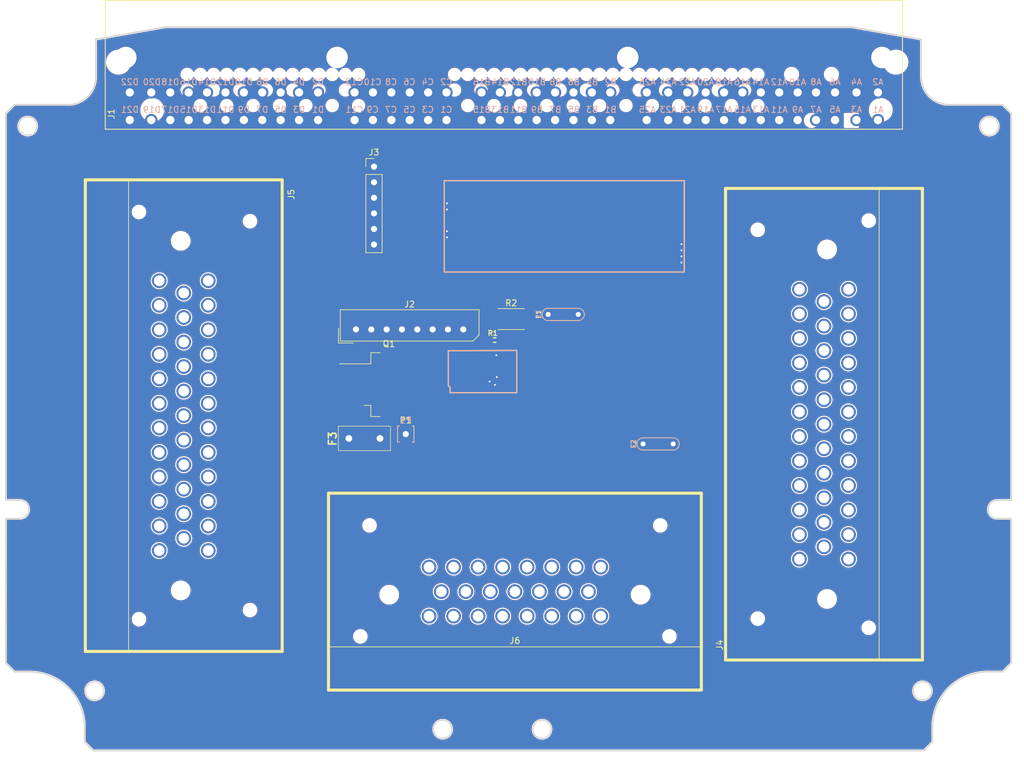
<source format=kicad_pcb>
(kicad_pcb (version 20221018) (generator pcbnew)
  (title_block (title "proteusM73tu") (date "2021-09-26") (rev "a"))
  (layers (0 "F.Cu" signal) (31 "B.Cu" signal) (34 "B.Paste" user) (35 "F.Paste" user) (36 "B.SilkS" user "B.Silkscreen") (37 "F.SilkS" user "F.Silkscreen") (38 "B.Mask" user) (39 "F.Mask" user) (44 "Edge.Cuts" user))
  (net 0 "")
  (net 1 "GND")
  (net 2 "/5V_SENSOR_1")
  (net 3 "/5V_SENSOR_2")
  (net 4 "/12V_PROT")
  (net 5 "/12V_MR")
  (net 6 "/WBO_H-")
  (net 7 "/WBO_R_Trim")
  (net 8 "/WBO_Ip")
  (net 9 "/WBO_Vs{slash}Ip")
  (net 10 "/WBO_Vs")
  (net 11 "Net-(J3-Pad1)")
  (net 12 "Net-(J3-Pad2)")
  (net 13 "Net-(J3-Pad4)")
  (net 14 "Net-(J3-Pad5)")
  (net 15 "Net-(M1-PadJ1)")
  (net 16 "Net-(M1-PadW2)")
  (net 17 "Net-(M1-PadW3)")
  (net 18 "Net-(M1-PadW4)")
  (net 21 "/OUT_IGN1")
  (net 22 "Net-(Q1-Pad1)")
  (net 23 "/GATE_IGN1")
  (footprint "hellen-one-common:PAD-TH" (layer "F.Cu") (at 201.6984 140.9084)
    (fp_text reference "P1" (at 0 -2.25) (layer "F.SilkS"))
    (fp_text value "Pad" hide)
    (fp_text user "${REFERENCE}" (at 0 -2.25) (layer "B.SilkS") (effects (justify mirror)))
    (fp_line (start -1.33 1.33) (end -1.33 -1.33) (stroke (width 0.12)) (layer "B.SilkS"))
    (fp_line (start -1.035538 -1.33) (end -1.33 -1.33) (stroke (width 0.12)) (layer "B.SilkS"))
    (fp_line (start -1.024373 1.33) (end -1.33 1.33) (stroke (width 0.12)) (layer "B.SilkS"))
    (fp_line (start 1.024373 -1.33) (end 1.33 -1.33) (stroke (width 0.12)) (layer "B.SilkS"))
    (fp_line (start 1.035538 1.33) (end 1.33 1.33) (stroke (width 0.12)) (layer "B.SilkS"))
    (fp_line (start 1.33 -1.33) (end 1.33 1.33) (stroke (width 0.12)) (layer "B.SilkS"))
    (fp_line (start -1.33 -1.33) (end -1.33 1.33) (stroke (width 0.12)) (layer "F.SilkS"))
    (fp_line (start -1.035538 1.33) (end -1.33 1.33) (stroke (width 0.12)) (layer "F.SilkS"))
    (fp_line (start -1.024373 -1.33) (end -1.33 -1.33) (stroke (width 0.12)) (layer "F.SilkS"))
    (fp_line (start 1.024373 1.33) (end 1.33 1.33) (stroke (width 0.12)) (layer "F.SilkS"))
    (fp_line (start 1.035538 -1.33) (end 1.33 -1.33) (stroke (width 0.12)) (layer "F.SilkS"))
    (fp_line (start 1.33 1.33) (end 1.33 -1.33) (stroke (width 0.12)) (layer "F.SilkS"))
    (pad "1" thru_hole circle (at 0 0) (size 1.7 1.7) (drill 1) (layers "*.Cu" "*.Mask"))
  )
  (footprint "hellen-one-common:R0603" (layer "F.Cu") (at 216.2084 125.584995)
    (fp_text reference "R1" (at -1.235559 -0.653823 unlocked) (layer "F.SilkS") (effects (font (size 0.82 0.82) (thickness 0.17)) (justify left bottom)))
    (fp_text value "22" hide)
    (fp_line (start -0.201056 0.37084) (end 0.198943 0.370851) (stroke (width 0.2032)) (layer "F.SilkS"))
    (fp_line (start -0.2 -0.374995) (end 0.2 -0.374985) (stroke (width 0.2032)) (layer "F.SilkS"))
    (pad "1" smd roundrect (at -0.8 0) (size 0.7 0.92) (layers "F.Cu" "F.Paste" "F.Mask") (roundrect_rratio 0.1) (net 22 "Net-(Q1-Pad1)"))
    (pad "2" smd roundrect (at 0.8 0) (size 0.7 0.92) (layers "F.Cu" "F.Paste" "F.Mask") (roundrect_rratio 0.1) (net 23 "/GATE_IGN1"))
  )
  (footprint "Resistor_SMD:R_2512_6332Metric" (layer "F.Cu") (at 218.9034 122.1634)
    (fp_text reference "R2" (at 0 -2.62) (layer "F.SilkS"))
    (fp_text value "DNP")
    (fp_line (start -2.177064 -1.71) (end 2.177064 -1.71) (stroke (width 0.12)) (layer "F.SilkS"))
    (fp_line (start -2.177064 1.71) (end 2.177064 1.71) (stroke (width 0.12)) (layer "F.SilkS"))
    (pad "1" smd roundrect (at -2.9625 0) (size 1.225 3.35) (layers "F.Cu" "F.Paste" "F.Mask") (roundrect_rratio 0.204082) (net 23 "/GATE_IGN1"))
    (pad "2" smd roundrect (at 2.9625 0) (size 1.225 3.35) (layers "F.Cu" "F.Paste" "F.Mask") (roundrect_rratio 0.204082) (net 21 "/OUT_IGN1"))
  )
  (footprint "Package_TO_SOT_SMD:TO-263-2" (layer "F.Cu") (at 198.9534 132.8434)
    (fp_text reference "Q1" (at 0 -6.65) (layer "F.SilkS"))
    (fp_text value "ISL9V3040S3S")
    (fp_line (start -2.95 -5.2) (end -2.95 -3.39) (stroke (width 0.12)) (layer "F.SilkS"))
    (fp_line (start -2.95 -3.39) (end -8.075 -3.39) (stroke (width 0.12)) (layer "F.SilkS"))
    (fp_line (start -2.95 3.39) (end -4.05 3.39) (stroke (width 0.12)) (layer "F.SilkS"))
    (fp_line (start -2.95 5.2) (end -2.95 3.39) (stroke (width 0.12)) (layer "F.SilkS"))
    (fp_line (start -1.45 -5.2) (end -2.95 -5.2) (stroke (width 0.12)) (layer "F.SilkS"))
    (fp_line (start -1.45 5.2) (end -2.95 5.2) (stroke (width 0.12)) (layer "F.SilkS"))
    (pad "1" smd rect (at -5.775 -2.54) (size 4.6 1.1) (layers "F.Cu" "F.Paste" "F.Mask") (net 22 "Net-(Q1-Pad1)"))
    (pad "2" smd rect (at 3.375 0) (size 9.4 10.8) (layers "F.Cu" "F.Mask") (net 21 "/OUT_IGN1"))
    (pad "3" smd rect (at -5.775 2.54) (size 4.6 1.1) (layers "F.Cu" "F.Paste" "F.Mask") (net 1 "GND"))
  )
  (footprint "hellen-one-wbo-0.2:wbo" (layer "F.Cu") (at 207.8602 114.5826)
    (fp_text reference "M1" hide)
    (fp_text value "Module-wbo-0.2" hide)
    (fp_rect (start 39.25 -15) (end 0.1 -0.1) (stroke (width 0.2)) (fill none) (layer "B.SilkS"))
    (fp_rect (start 39.25 -15) (end 0.1 -0.1) (stroke (width 0.2)) (fill none) (layer "F.SilkS"))
    (pad "E1" thru_hole circle (at 38.8 -1.65 90) (size 0.7 0.7) (drill 0.3) (layers "*.Cu") (net 10 "/WBO_Vs"))
    (pad "E2" thru_hole circle (at 38.8 -2.65 90) (size 0.7 0.7) (drill 0.3) (layers "*.Cu") (net 9 "/WBO_Vs{slash}Ip"))
    (pad "E3" thru_hole circle (at 38.8 -3.65 90) (size 0.7 0.7) (drill 0.3) (layers "*.Cu") (net 8 "/WBO_Ip"))
    (pad "E4" thru_hole circle (at 38.8 -4.65 90) (size 0.7 0.7) (drill 0.3) (layers "*.Cu") (net 7 "/WBO_R_Trim"))
    (pad "E5" smd circle (at 37.55 -6.8) (size 3 3) (layers "F.Cu") (net 6 "/WBO_H-"))
    (pad "E6" smd circle (at 37.55 -10.3) (size 3 3) (layers "F.Cu") (net 1 "GND"))
    (pad "G" smd rect (at 0.175 -13.5) (size 0.25 3.1) (layers "F.Cu") (net 1 "GND"))
    (pad "G" smd rect (at 0.175 -13.5) (size 0.25 3.1) (layers "B.Cu") (net 1 "GND"))
    (pad "G" smd rect (at 0.175 -8.525) (size 0.25 2.25) (layers "F.Cu") (net 1 "GND"))
    (pad "G" smd rect (at 0.175 -8.525) (size 0.25 2.25) (layers "B.Cu") (net 1 "GND"))
    (pad "G" smd rect (at 0.175 -2.575) (size 0.25 5.05) (layers "B.Cu") (net 1 "GND"))
    (pad "G" smd rect (at 0.175 -0.775) (size 0.25 1.45) (layers "F.Cu") (net 1 "GND"))
    (pad "G" smd rect (at 19.675 -14.925 90) (size 0.25 39.25) (layers "F.Cu") (net 1 "GND"))
    (pad "G" smd rect (at 19.675 -14.925 90) (size 0.25 39.25) (layers "B.Cu") (net 1 "GND"))
    (pad "G" smd rect (at 19.675 -0.175 90) (size 0.25 39.25) (layers "F.Cu") (net 1 "GND"))
    (pad "G" smd rect (at 19.675 -0.175 90) (size 0.25 39.25) (layers "B.Cu") (net 1 "GND"))
    (pad "G" smd rect (at 39.175 -13.575) (size 0.25 2.95) (layers "F.Cu") (net 1 "GND"))
    (pad "G" smd rect (at 39.175 -10.175) (size 0.25 9.75) (layers "B.Cu") (net 1 "GND"))
    (pad "G" smd rect (at 39.175 -0.525) (size 0.25 0.95) (layers "F.Cu") (net 1 "GND"))
    (pad "G" smd rect (at 39.175 -0.525) (size 0.25 0.95) (layers "B.Cu") (net 1 "GND"))
    (pad "J1" smd roundrect (at 9.55 -12.475 180) (size 0.5 1.5) (layers "F.Cu") (net 15 "Net-(M1-PadJ1)"))
    (pad "J2" smd roundrect (at 7.375 -10.3 180) (size 1.5 0.5) (layers "F.Cu"))
    (pad "J_GND1" smd roundrect (at 8.75 -12.475 180) (size 0.5 1.5) (layers "F.Cu") (net 15 "Net-(M1-PadJ1)"))
    (pad "J_GND2" smd roundrect (at 8.8 -10.3 270) (size 0.5 0.5) (layers "F.Cu"))
    (pad "J_VCC1" smd roundrect (at 9.55 -11.1 180) (size 0.5 0.5) (layers "F.Cu"))
    (pad "J_VCC2" smd roundrect (at 7.375 -11.1 180) (size 1.5 0.5) (layers "F.Cu"))
    (pad "W1" thru_hole circle (at 0.55 -11.3 90) (size 0.7 0.7) (drill 0.3) (layers "*.Cu") (net 3 "/5V_SENSOR_2"))
    (pad "W2" thru_hole circle (at 0.55 -10.3 90) (size 0.7 0.7) (drill 0.3) (layers "*.Cu") (net 16 "Net-(M1-PadW2)"))
    (pad "W3" thru_hole circle (at 0.55 -6.75 90) (size 0.7 0.7) (drill 0.3) (layers "*.Cu") (net 17 "Net-(M1-PadW3)"))
    (pad "W4" thru_hole circle (at 0.55 -5.75 90) (size 0.7 0.7) (drill 0.3) (layers "*.Cu") (net 18 "Net-(M1-PadW4)"))
    (pad "W5" smd roundrect (at 0.4 -5) (size 0.5 0.25) (layers "F.Cu") (roundrect_rratio 0.5) (net 14 "Net-(J3-Pad5)"))
    (pad "W6" smd roundrect (at 0.4 -4.5) (size 0.5 0.25) (layers "F.Cu") (roundrect_rratio 0.5) (net 13 "Net-(J3-Pad4)"))
    (pad "W7" smd roundrect (at 0.4 -4) (size 0.5 0.25) (layers "F.Cu") (roundrect_rratio 0.5) (net 12 "Net-(J3-Pad2)"))
    (pad "W8" smd roundrect (at 0.4 -1.9) (size 0.5 0.25) (layers "F.Cu") (roundrect_rratio 0.5) (net 11 "Net-(J3-Pad1)"))
    (zone (net 0) (net_name "") (layers "*.Cu") (connect_pads (clearance 0)) (min_thickness 0.254)
      (keepout (tracks allowed) (vias allowed) (pads allowed) (copperpour not_allowed) (footprints allowed))
      (fill (thermal_gap 0.508) (thermal_bridge_width 0.508))
      (polygon (pts (xy 247.0352 114.4076) (xy 208.0352 114.3826) (xy 208.0352 99.6576) (xy 247.0352 99.6576)))
    )
  )
  (footprint "hellen-one-can-0.1:can" (layer "F.Cu") (at 208.5484 134.255074)
    (fp_text reference "M2" hide)
    (fp_text value "Module-can-0.1" hide)
    (fp_line (start 0.099997 -6.947827) (end 11.274997 -6.986674) (stroke (width 0.2)) (layer "B.SilkS"))
    (fp_line (start 0.099997 -1.250005) (end 0.099997 -6.947827) (stroke (width 0.2)) (layer "B.SilkS"))
    (fp_line (start 0.099997 -1.250005) (end 0.375001 -0.974999) (stroke (width 0.2)) (layer "B.SilkS"))
    (fp_line (start 0.375001 -0.15) (end 0.375001 -0.974999) (stroke (width 0.2)) (layer "B.SilkS"))
    (fp_line (start 0.375001 -0.15) (end 0.431203 -0.1) (stroke (width 0.2)) (layer "B.SilkS"))
    (fp_line (start 0.431203 -0.1) (end 11.274997 -0.1) (stroke (width 0.2)) (layer "B.SilkS"))
    (fp_line (start 11.274997 -0.093797) (end 11.274997 -6.986674) (stroke (width 0.2)) (layer "B.SilkS"))
    (fp_line (start 0.099997 -6.947479) (end 11.274997 -6.986326) (stroke (width 0.2)) (layer "F.SilkS"))
    (fp_line (start 0.099997 -1.249998) (end 0.099997 -6.947479) (stroke (width 0.2)) (layer "F.SilkS"))
    (fp_line (start 0.099997 -1.249998) (end 0.375001 -0.974994) (stroke (width 0.2)) (layer "F.SilkS"))
    (fp_line (start 0.375001 -0.1) (end 0.375001 -0.974994) (stroke (width 0.2)) (layer "F.SilkS"))
    (fp_line (start 0.375001 -0.1) (end 0.375003 -0.099997) (stroke (width 0.2)) (layer "F.SilkS"))
    (fp_line (start 0.375003 -0.099997) (end 11.274997 -0.099997) (stroke (width 0.2)) (layer "F.SilkS"))
    (fp_line (start 11.274997 -0.099997) (end 11.274997 -6.986326) (stroke (width 0.2)) (layer "F.SilkS"))
    (pad "E1" smd oval (at 0.199997 -4.1375 180) (size 0.2 5.669999) (layers "F.Cu" "F.Paste") (net 1 "GND"))
    (pad "E1" smd oval (at 5.674998 -6.875 90) (size 0.2 11.100001) (layers "F.Cu" "F.Paste") (net 1 "GND"))
    (pad "E1" smd oval (at 6.374999 -0.275003 270) (size 0.399999 9.800001) (layers "F.Cu" "F.Paste") (net 1 "GND"))
    (pad "E1" smd oval (at 10.999993 -0.275003 180) (size 0.499999 0.25) (layers "F.Cu" "F.Paste" "F.Mask") (net 1 "GND"))
    (pad "E1" smd oval (at 11.174997 -3.537501 180) (size 0.2 6.799999) (layers "F.Cu" "F.Paste") (net 1 "GND"))
    (pad "S1" smd oval (at 0.649999 -0.325001) (size 0.25 0.499999) (layers "F.Cu" "F.Paste" "F.Mask"))
    (pad "S2" smd oval (at 1.15 -0.325001) (size 0.25 0.499999) (layers "F.Cu" "F.Paste" "F.Mask"))
    (pad "V1" thru_hole circle (at 7.699997 -1.374999 180) (size 0.599999 0.599999) (drill 0.299999) (layers "*.Cu" "*.Mask") (net 3 "/5V_SENSOR_2"))
    (pad "V2" thru_hole circle (at 6.824995 -1.899999 180) (size 0.599999 0.599999) (drill 0.299999) (layers "*.Cu" "*.Mask") (net 16 "Net-(M1-PadW2)"))
    (pad "V5" thru_hole circle (at 7.999999 -2.649997 270) (size 0.599999 0.599999) (drill 0.299999) (layers "*.Cu" "*.Mask") (net 18 "Net-(M1-PadW4)"))
    (pad "V6" thru_hole circle (at 7.924996 -6.199998 270) (size 0.599999 0.599999) (drill 0.299999) (layers "*.Cu" "*.Mask") (net 17 "Net-(M1-PadW3)"))
    (zone (net 0) (net_name "") (layer "F.Cu") (connect_pads (clearance 0)) (min_thickness 0.254)
      (keepout (tracks allowed) (vias allowed) (pads allowed) (copperpour not_allowed) (footprints allowed))
      (fill (thermal_gap 0.2) (thermal_bridge_width 0.2))
      (polygon (pts (xy 208.775659 134.299372) (xy 208.775659 133.336854) (xy 208.572865 133.13406) (xy 208.835887 132.871038) (xy 208.835887 127.444948) (xy 219.660839 127.444948) (xy 219.660839 133.807465) (xy 210.158801 133.807465) (xy 209.985753 133.980513) (xy 209.985753 134.299372)))
    )
  )
  (footprint "lib:TE-3-178780-6" (layer "F.Cu") (at 156.7 85.2)
    (fp_text reference "J1" (at -3 3.5 90) (layer "F.SilkS"))
    (fp_text value "TE-3-178780-6")
    (fp_text user "A3" (at 118.5 2.8) (layer "B.SilkS") (effects (justify mirror)))
    (fp_text user "A22" (at 90.9 -1.7) (layer "B.SilkS") (effects (justify mirror)))
    (fp_text user "A17" (at 96.9 2.8) (layer "B.SilkS") (effects (justify mirror)))
    (fp_text user "A9" (at 108.9 2.8) (layer "B.SilkS") (effects (justify mirror)))
    (fp_text user "D13" (at 12.6 2.8) (layer "B.SilkS") (effects (justify mirror)))
    (fp_text user "A19" (at 93.9 2.8) (layer "B.SilkS") (effects (justify mirror)))
    (fp_text user "B6" (at 72.4 -1.7) (layer "B.SilkS") (effects (justify mirror)))
    (fp_text user "A24" (at 87.8 -1.7) (layer "B.SilkS") (effects (justify mirror)))
    (fp_text user "D7" (at 21.6 2.8) (layer "B.SilkS") (effects (justify mirror)))
    (fp_text user "A12" (at 105.9 -1.7) (layer "B.SilkS") (effects (justify mirror)))
    (fp_text user "B2" (at 78.4 -1.7) (layer "B.SilkS") (effects (justify mirror)))
    (fp_text user "D10" (at 18.6 -1.7) (layer "B.SilkS") (effects (justify mirror)))
    (fp_text user "D4" (at 27.6 -1.7) (layer "B.SilkS") (effects (justify mirror)))
    (fp_text user "A15" (at 99.9 2.8) (layer "B.SilkS") (effects (justify mirror)))
    (fp_text user "D9" (at 18.6 2.8) (layer "B.SilkS") (effects (justify mirror)))
    (fp_text user "D20" (at 3.6 -1.7) (layer "B.SilkS") (effects (justify mirror)))
    (fp_text user "D1" (at 30.7 2.8) (layer "B.SilkS") (effects (justify mirror)))
    (fp_text user "A5" (at 115 2.8) (layer "B.SilkS") (effects (justify mirror)))
    (fp_text user "D15" (at 9.6 2.8) (layer "B.SilkS") (effects (justify mirror)))
    (fp_text user "B4" (at 75.4 -1.7) (layer "B.SilkS") (effects (justify mirror)))
    (fp_text user "D17" (at 6.6 2.8) (layer "B.SilkS") (effects (justify mirror)))
    (fp_text user "A13" (at 102.9 2.8) (layer "B.SilkS") (effects (justify mirror)))
    (fp_text user "D18" (at 6.6 -1.7) (layer "B.SilkS") (effects (justify mirror)))
    (fp_text user "A7" (at 111.9 2.8) (layer "B.SilkS") (effects (justify mirror)))
    (fp_text user "D16" (at 9.6 -1.7) (layer "B.SilkS") (effects (justify mirror)))
    (fp_text user "A11" (at 105.9 2.8) (layer "B.SilkS") (effects (justify mirror)))
    (fp_text user "B8" (at 69.4 -1.7) (layer "B.SilkS") (effects (justify mirror)))
    (fp_text user "D14" (at 12.6 -1.7) (layer "B.SilkS") (effects (justify mirror)))
    (fp_text user "C5" (at 45.6 2.8) (layer "B.SilkS") (effects (justify mirror)))
    (fp_text user "B9" (at 66.4 2.8) (layer "B.SilkS") (effects (justify mirror)))
    (fp_text user "A21" (at 90.9 2.8) (layer "B.SilkS") (effects (justify mirror)))
    (fp_text user "C10" (at 39.6 -1.7) (layer "B.SilkS") (effects (justify mirror)))
    (fp_text user "D22" (at 0 -1.7) (layer "B.SilkS") (effects (justify mirror)))
    (fp_text user "A18" (at 96.9 -1.7) (layer "B.SilkS") (effects (justify mirror)))
    (fp_text user "B5" (at 72.4 2.8) (layer "B.SilkS") (effects (justify mirror)))
    (fp_text user "B7" (at 69.4 2.8) (layer "B.SilkS") (effects (justify mirror)))
    (fp_text user "D6" (at 24.6 -1.7) (layer "B.SilkS") (effects (justify mirror)))
    (fp_text user "B15" (at 57.4 2.8) (layer "B.SilkS") (effects (justify mirror)))
    (fp_text user "C1" (at 51.6 2.8) (layer "B.SilkS") (effects (justify mirror)))
    (fp_text user "C4" (at 48.6 -1.7) (layer "B.SilkS") (effects (justify mirror)))
    (fp_text user "C3" (at 48.6 2.8) (layer "B.SilkS") (effects (justify mirror)))
    (fp_text user "B13" (at 60.4 2.8) (layer "B.SilkS") (effects (justify mirror)))
    (fp_text user "B10" (at 66.4 -1.7) (layer "B.SilkS") (effects (justify mirror)))
    (fp_text user "C7" (at 42.6 2.8) (layer "B.SilkS") (effects (justify mirror)))
    (fp_text user "A8" (at 111.9 -1.7) (layer "B.SilkS") (effects (justify mirror)))
    (fp_text user "A10" (at 108.9 -1.7) (layer "B.SilkS") (effects (justify mirror)))
    (fp_text user "D21" (at 0 2.8) (layer "B.SilkS") (effects (justify mirror)))
    (fp_text user "A2" (at 122 -1.7) (layer "B.SilkS") (effects (justify mirror)))
    (fp_text user "A16" (at 99.9 -1.7) (layer "B.SilkS") (effects (justify mirror)))
    (fp_text user "C8" (at 42.6 -1.7) (layer "B.SilkS") (effects (justify mirror)))
    (fp_text user "A4" (at 118.5 -1.7) (layer "B.SilkS") (effects (justify mirror)))
    (fp_text user "A14" (at 102.9 -1.7) (layer "B.SilkS") (effects (justify mirror)))
    (fp_text user "B11" (at 63.4 2.8) (layer "B.SilkS") (effects (justify mirror)))
    (fp_text user "D2" (at 30.7 -1.7) (layer "B.SilkS") (effects (justify mirror)))
    (fp_text user "C11" (at 36.6 2.8) (layer "B.SilkS") (effects (justify mirror)))
    (fp_text user "A1" (at 122 2.8) (layer "B.SilkS") (effects (justify mirror)))
    (fp_text user "C9" (at 39.6 2.8) (layer "B.SilkS") (effects (justify mirror)))
    (fp_text user "B3" (at 75.4 2.8) (layer "B.SilkS") (effects (justify mirror)))
    (fp_text user "A25" (at 84.4 2.8) (layer "B.SilkS") (effects (justify mirror)))
    (fp_text user "A20" (at 93.9 -1.7) (layer "B.SilkS") (effects (justify mirror)))
    (fp_text user "C6" (at 45.6 -1.7) (layer "B.SilkS") (effects (justify mirror)))
    (fp_text user "D3" (at 27.6 2.8) (layer "B.SilkS") (effects (justify mirror)))
    (fp_text user "B12" (at 63.4 -1.7) (layer "B.SilkS") (effects (justify mirror)))
    (fp_text user "C12" (at 36.6 -1.7) (layer "B.SilkS") (effects (justify mirror)))
    (fp_text user "A26" (at 84.4 -1.7) (layer "B.SilkS") (effects (justify mirror)))
    (fp_text user "D12" (at 15.6 -1.7) (layer "B.SilkS") (effects (justify mirror)))
    (fp_text user "B16" (at 57.4 -1.7) (layer "B.SilkS") (effects (justify mirror)))
    (fp_text user "C2" (at 51.6 -1.7) (layer "B.SilkS") (effects (justify mirror)))
    (fp_text user "B1" (at 78.4 2.8) (layer "B.SilkS") (effects (justify mirror)))
    (fp_text user "A6" (at 115 -1.7) (layer "B.SilkS") (effects (justify mirror)))
    (fp_text user "D11" (at 15.6 2.8) (layer "B.SilkS") (effects (justify mirror)))
    (fp_text user "D8" (at 21.6 -1.7) (layer "B.SilkS") (effects (justify mirror)))
    (fp_text user "B14" (at 60.4 -1.7) (layer "B.SilkS") (effects (justify mirror)))
    (fp_text user "D5" (at 24.6 2.8) (layer "B.SilkS") (effects (justify mirror)))
    (fp_text user "A23" (at 87.8 2.8) (layer "B.SilkS") (effects (justify mirror)))
    (fp_text user "D19" (at 3.6 2.8) (layer "B.SilkS") (effects (justify mirror)))
    (fp_line (start -4 -15) (end 126 -15) (stroke (width 0.15)) (layer "F.SilkS"))
    (fp_line (start -4 6) (end -4 -15) (stroke (width 0.15)) (layer "F.SilkS"))
    (fp_line (start 126 -15) (end 126 6) (stroke (width 0.15)) (layer "F.SilkS"))
    (fp_line (start 126 6) (end -4 6) (stroke (width 0.15)) (layer "F.SilkS"))
    (pad "" np_thru_hole circle (at -0.65 -5.7) (size 3.5 3.5) (drill 3.5) (layers "*.Cu" "*.Mask"))
    (pad "" np_thru_hole circle (at 33.8 -5.7) (size 3.5 3.5) (drill 3.5) (layers "*.Cu" "*.Mask"))
    (pad "" np_thru_hole circle (at 81.2 -5.7) (size 3.5 3.5) (drill 3.5) (layers "*.Cu" "*.Mask"))
    (pad "" np_thru_hole circle (at 122.65 -5.7) (size 3.5 3.5) (drill 3.5) (layers "*.Cu" "*.Mask"))
    (pad "A1" thru_hole circle (at 122 4.5) (size 2 2) (drill 1.35) (layers "*.Cu" "*.Mask"))
    (pad "A2" thru_hole circle (at 122 0) (size 2 2) (drill 1.35) (layers "*.Cu" "*.Mask"))
    (pad "A3" thru_hole circle (at 118.5 4.5) (size 2 2) (drill 1.35) (layers "*.Cu" "*.Mask"))
    (pad "A4" thru_hole circle (at 118.5 0) (size 2 2) (drill 1.35) (layers "*.Cu" "*.Mask"))
    (pad "A5" thru_hole circle (at 115 4.5) (size 2 2) (drill 1.35) (layers "*.Cu" "*.Mask"))
    (pad "A6" thru_hole circle (at 115 0) (size 2 2) (drill 1.35) (layers "*.Cu" "*.Mask"))
    (pad "A7" thru_hole circle (at 111.9 4.5) (size 2 2) (drill 1.35) (layers "*.Cu" "*.Mask"))
    (pad "A8" thru_hole circle (at 111.9 0) (size 2 2) (drill 1.35) (layers "*.Cu" "*.Mask"))
    (pad "A9" thru_hole circle (at 108.9 4.5) (size 2 2) (drill 1.35) (layers "*.Cu" "*.Mask"))
    (pad "A10" thru_hole circle (at 108.9 0) (size 2 2) (drill 1.35) (layers "*.Cu" "*.Mask"))
    (pad "A11" thru_hole circle (at 105.9 4.5) (size 2 2) (drill 1.35) (layers "*.Cu" "*.Mask"))
    (pad "A12" thru_hole circle (at 105.9 0) (size 2 2) (drill 1.35) (layers "*.Cu" "*.Mask"))
    (pad "A13" thru_hole circle (at 102.9 4.5) (size 2 2) (drill 1.35) (layers "*.Cu" "*.Mask"))
    (pad "A14" thru_hole circle (at 102.9 0) (size 2 2) (drill 1.35) (layers "*.Cu" "*.Mask"))
    (pad "A15" thru_hole circle (at 99.9 4.5) (size 2 2) (drill 1.35) (layers "*.Cu" "*.Mask"))
    (pad "A16" thru_hole circle (at 99.9 0) (size 2 2) (drill 1.35) (layers "*.Cu" "*.Mask"))
    (pad "A17" thru_hole circle (at 96.9 4.5) (size 2 2) (drill 1.35) (layers "*.Cu" "*.Mask"))
    (pad "A18" thru_hole circle (at 96.9 0) (size 2 2) (drill 1.35) (layers "*.Cu" "*.Mask"))
    (pad "A19" thru_hole circle (at 93.9 4.5) (size 2 2) (drill 1.35) (layers "*.Cu" "*.Mask"))
    (pad "A20" thru_hole circle (at 93.9 0) (size 2 2) (drill 1.35) (layers "*.Cu" "*.Mask"))
    (pad "A21" thru_hole circle (at 90.9 4.5) (size 2 2) (drill 1.35) (layers "*.Cu" "*.Mask"))
    (pad "A22" thru_hole circle (at 90.9 0) (size 2 2) (drill 1.35) (layers "*.Cu" "*.Mask"))
    (pad "A23" thru_hole circle (at 87.8 4.5) (size 2 2) (drill 1.35) (layers "*.Cu" "*.Mask"))
    (pad "A24" thru_hole circle (at 87.8 0) (size 2 2) (drill 1.35) (layers "*.Cu" "*.Mask"))
    (pad "A25" thru_hole circle (at 84.3 4.5) (size 2 2) (drill 1.35) (layers "*.Cu" "*.Mask"))
    (pad "A26" thru_hole circle (at 84.3 0) (size 2 2) (drill 1.35) (layers "*.Cu" "*.Mask"))
    (pad "B1" thru_hole circle (at 78.35 4.5) (size 2 2) (drill 1.35) (layers "*.Cu" "*.Mask"))
    (pad "B2" thru_hole circle (at 78.35 0) (size 2 2) (drill 1.35) (layers "*.Cu" "*.Mask"))
    (pad "B3" thru_hole circle (at 75.35 4.5) (size 2 2) (drill 1.35) (layers "*.Cu" "*.Mask"))
    (pad "B4" thru_hole circle (at 75.35 0) (size 2 2) (drill 1.35) (layers "*.Cu" "*.Mask"))
    (pad "B5" thru_hole circle (at 72.35 4.5) (size 2 2) (drill 1.35) (layers "*.Cu" "*.Mask"))
    (pad "B6" thru_hole circle (at 72.35 0) (size 2 2) (drill 1.35) (layers "*.Cu" "*.Mask"))
    (pad "B7" thru_hole circle (at 69.35 4.5) (size 2 2) (drill 1.35) (layers "*.Cu" "*.Mask"))
    (pad "B8" thru_hole circle (at 69.35 0) (size 2 2) (drill 1.35) (layers "*.Cu" "*.Mask"))
    (pad "B9" thru_hole circle (at 66.35 4.5) (size 2 2) (drill 1.35) (layers "*.Cu" "*.Mask"))
    (pad "B10" thru_hole circle (at 66.35 0) (size 2 2) (drill 1.35) (layers "*.Cu" "*.Mask"))
    (pad "B11" thru_hole circle (at 63.35 4.5) (size 2 2) (drill 1.35) (layers "*.Cu" "*.Mask"))
    (pad "B12" thru_hole circle (at 63.35 0) (size 2 2) (drill 1.35) (layers "*.Cu" "*.Mask"))
    (pad "B13" thru_hole circle (at 60.35 4.5) (size 2 2) (drill 1.35) (layers "*.Cu" "*.Mask"))
    (pad "B14" thru_hole circle (at 60.35 0) (size 2 2) (drill 1.35) (layers "*.Cu" "*.Mask"))
    (pad "B15" thru_hole circle (at 57.35 4.5) (size 2 2) (drill 1.35) (layers "*.Cu" "*.Mask"))
    (pad "B16" thru_hole circle (at 57.35 0) (size 2 2) (drill 1.35) (layers "*.Cu" "*.Mask"))
    (pad "C1" thru_hole circle (at 51.65 4.5) (size 2 2) (drill 1.35) (layers "*.Cu" "*.Mask"))
    (pad "C2" thru_hole circle (at 51.65 0) (size 2 2) (drill 1.35) (layers "*.Cu" "*.Mask"))
    (pad "C3" thru_hole circle (at 48.65 4.5) (size 2 2) (drill 1.35) (layers "*.Cu" "*.Mask"))
    (pad "C4" thru_hole circle (at 48.65 0) (size 2 2) (drill 1.35) (layers "*.Cu" "*.Mask"))
    (pad "C5" thru_hole circle (at 45.65 4.5) (size 2 2) (drill 1.35) (layers "*.Cu" "*.Mask"))
    (pad "C6" thru_hole circle (at 45.65 0) (size 2 2) (drill 1.35) (layers "*.Cu" "*.Mask"))
    (pad "C7" thru_hole circle (at 42.65 4.5) (size 2 2) (drill 1.35) (layers "*.Cu" "*.Mask"))
    (pad "C8" thru_hole circle (at 42.65 0) (size 2 2) (drill 1.35) (layers "*.Cu" "*.Mask"))
    (pad "C9" thru_hole circle (at 39.65 4.5) (size 2 2) (drill 1.35) (layers "*.Cu" "*.Mask"))
    (pad "C10" thru_hole circle (at 39.65 0) (size 2 2) (drill 1.35) (layers "*.Cu" "*.Mask"))
    (pad "C11" thru_hole circle (at 36.65 4.5) (size 2 2) (drill 1.35) (layers "*.Cu" "*.Mask"))
    (pad "C12" thru_hole circle (at 36.65 0) (size 2 2) (drill 1.35) (layers "*.Cu" "*.Mask"))
    (pad "D1" thru_hole circle (at 30.7 4.5) (size 2 2) (drill 1.35) (layers "*.Cu" "*.Mask"))
    (pad "D2" thru_hole circle (at 30.7 0) (size 2 2) (drill 1.35) (layers "*.Cu" "*.Mask"))
    (pad "D3" thru_hole circle (at 27.6 4.5) (size 2 2) (drill 1.35) (layers "*.Cu" "*.Mask"))
    (pad "D4" thru_hole circle (at 27.6 0) (size 2 2) (drill 1.35) (layers "*.Cu" "*.Mask"))
    (pad "D5" thru_hole circle (at 24.6 4.5) (size 2 2) (drill 1.35) (layers "*.Cu" "*.Mask"))
    (pad "D6" thru_hole circle (at 24.6 0) (size 2 2) (drill 1.35) (layers "*.Cu" "*.Mask"))
    (pad "D7" thru_hole circle (at 21.6 4.5) (size 2 2) (drill 1.35) (layers "*.Cu" "*.Mask"))
    (pad "D8" thru_hole circle (at 21.6 0) (size 2 2) (drill 1.35) (layers "*.Cu" "*.Mask"))
    (pad "D9" thru_hole circle (at 18.6 4.5) (size 2 2) (drill 1.35) (layers "*.Cu" "*.Mask"))
    (pad "D10" thru_hole circle (at 18.6 0) (size 2 2) (drill 1.35) (layers "*.Cu" "*.Mask"))
    (pad "D11" thru_hole circle (at 15.6 4.5) (size 2 2) (drill 1.35) (layers "*.Cu" "*.Mask"))
    (pad "D12" thru_hole circle (at 15.6 0) (size 2 2) (drill 1.35) (layers "*.Cu" "*.Mask"))
    (pad "D13" thru_hole circle (at 12.6 4.5) (size 2 2) (drill 1.35) (layers "*.Cu" "*.Mask"))
    (pad "D14" thru_hole circle (at 12.6 0) (size 2 2) (drill 1.35) (layers "*.Cu" "*.Mask"))
    (pad "D15" thru_hole circle (at 9.6 4.5) (size 2 2) (drill 1.35) (layers "*.Cu" "*.Mask"))
    (pad "D16" thru_hole circle (at 9.6 0) (size 2 2) (drill 1.35) (layers "*.Cu" "*.Mask"))
    (pad "D17" thru_hole circle (at 6.6 4.5) (size 2 2) (drill 1.35) (layers "*.Cu" "*.Mask"))
    (pad "D18" thru_hole circle (at 6.6 0) (size 2 2) (drill 1.35) (layers "*.Cu" "*.Mask"))
    (pad "D19" thru_hole circle (at 3.5 4.5) (size 2 2) (drill 1.35) (layers "*.Cu" "*.Mask"))
    (pad "D20" thru_hole circle (at 3.5 0) (size 2 2) (drill 1.35) (layers "*.Cu" "*.Mask"))
    (pad "D21" thru_hole circle (at 0 4.5) (size 2 2) (drill 1.35) (layers "*.Cu" "*.Mask"))
    (pad "D22" thru_hole circle (at 0 0) (size 2 2) (drill 1.35) (layers "*.Cu" "*.Mask"))
  )
  (footprint "Connector_PinHeader_2.54mm:PinHeader_1x06_P2.54mm_Vertical" (layer "F.Cu") (at 196.5238 97.3024)
    (fp_text reference "J3" (at 0 -2.33) (layer "F.SilkS"))
    (fp_text value "Conn_01x06")
    (fp_line (start -1.33 -1.33) (end 0 -1.33) (stroke (width 0.12)) (layer "F.SilkS"))
    (fp_line (start -1.33 0) (end -1.33 -1.33) (stroke (width 0.12)) (layer "F.SilkS"))
    (fp_line (start -1.33 1.27) (end -1.33 14.03) (stroke (width 0.12)) (layer "F.SilkS"))
    (fp_line (start -1.33 1.27) (end 1.33 1.27) (stroke (width 0.12)) (layer "F.SilkS"))
    (fp_line (start -1.33 14.03) (end 1.33 14.03) (stroke (width 0.12)) (layer "F.SilkS"))
    (fp_line (start 1.33 1.27) (end 1.33 14.03) (stroke (width 0.12)) (layer "F.SilkS"))
    (pad "1" thru_hole rect (at 0 0) (size 1.7 1.7) (drill 1) (layers "*.Cu" "*.Mask") (net 11 "Net-(J3-Pad1)"))
    (pad "2" thru_hole oval (at 0 2.54) (size 1.7 1.7) (drill 1) (layers "*.Cu" "*.Mask") (net 12 "Net-(J3-Pad2)"))
    (pad "3" thru_hole oval (at 0 5.08) (size 1.7 1.7) (drill 1) (layers "*.Cu" "*.Mask") (net 1 "GND"))
    (pad "4" thru_hole oval (at 0 7.62) (size 1.7 1.7) (drill 1) (layers "*.Cu" "*.Mask") (net 13 "Net-(J3-Pad4)"))
    (pad "5" thru_hole oval (at 0 10.16) (size 1.7 1.7) (drill 1) (layers "*.Cu" "*.Mask") (net 14 "Net-(J3-Pad5)"))
    (pad "6" thru_hole oval (at 0 12.7) (size 1.7 1.7) (drill 1) (layers "*.Cu" "*.Mask"))
  )
  (footprint "hellen-one-common:36911600000" (layer "F.Cu") (at 194.9584 141.6184)
    (fp_text reference "F3" (at -5.19 0.05 90) (layer "F.SilkS") (effects (font (size 1.27 1.27) (thickness 0.254))))
    (fp_text value "10A" hide)
    (fp_line (start -4.25 -2) (end 4.25 -2) (stroke (width 0.1)) (layer "F.SilkS"))
    (fp_line (start -4.25 2) (end -4.25 -2) (stroke (width 0.1)) (layer "F.SilkS"))
    (fp_line (start 4.25 -2) (end 4.25 2) (stroke (width 0.1)) (layer "F.SilkS"))
    (fp_line (start 4.25 2) (end -4.25 2) (stroke (width 0.1)) (layer "F.SilkS"))
    (pad "1" thru_hole circle (at -2.54 0) (size 1.65 1.65) (drill 1.1) (layers "*.Cu" "*.Mask"))
    (pad "2" thru_hole circle (at 2.54 0) (size 1.65 1.65) (drill 1.1) (layers "*.Cu" "*.Mask") (net 21 "/OUT_IGN1"))
  )
  (footprint "lib:ampseal-35-2" (layer "F.Cu") (at 165.5 137.9 -90)
    (fp_text reference "J5" (at -36.068 -17.526 90) (layer "F.SilkS"))
    (fp_text value "Conn_01x35")
    (fp_line (start -38.45 -16.05) (end -38.45 16.05) (stroke (width 0.5)) (layer "F.SilkS"))
    (fp_line (start -38.45 -16.05) (end 38.45 -16.05) (stroke (width 0.5)) (layer "F.SilkS"))
    (fp_line (start -38.45 16.05) (end 38.45 16.05) (stroke (width 0.5)) (layer "F.SilkS"))
    (fp_line (start -38.354 9) (end 38.354 9) (stroke (width 0.12)) (layer "F.SilkS"))
    (fp_line (start 38.45 -16.05) (end 38.45 16.05) (stroke (width 0.5)) (layer "F.SilkS"))
    (pad "" np_thru_hole circle (at -33.2 7.3 270) (size 2 2) (drill 2) (layers "*.Cu" "*.Mask"))
    (pad "" np_thru_hole circle (at -31.7 -10.8 270) (size 2 2) (drill 2) (layers "*.Cu" "*.Mask"))
    (pad "" np_thru_hole circle (at -28.5 0.5 270) (size 2.85 2.85) (drill 2.85) (layers "F&B.Cu" "*.Mask"))
    (pad "" np_thru_hole circle (at 28.5 0.5 270) (size 2.85 2.85) (drill 2.85) (layers "F&B.Cu" "*.Mask"))
    (pad "" np_thru_hole circle (at 31.7 -10.8 270) (size 2 2) (drill 2) (layers "*.Cu" "*.Mask"))
    (pad "" np_thru_hole circle (at 33.2 7.3 270) (size 2 2) (drill 2) (layers "*.Cu" "*.Mask"))
    (pad "1" thru_hole circle (at -22 -4 270) (size 2.4 2.4) (drill 1.75) (layers "*.Cu" "*.Mask") (net 1 "GND"))
    (pad "2" thru_hole circle (at -18 -4 270) (size 2.4 2.4) (drill 1.75) (layers "*.Cu" "*.Mask") (net 1 "GND"))
    (pad "3" thru_hole circle (at -14 -4 270) (size 2.4 2.4) (drill 1.75) (layers "*.Cu" "*.Mask") (net 1 "GND"))
    (pad "4" thru_hole circle (at -10 -4 270) (size 2.4 2.4) (drill 1.75) (layers "*.Cu" "*.Mask") (net 1 "GND"))
    (pad "5" thru_hole circle (at -6 -4 270) (size 2.4 2.4) (drill 1.75) (layers "*.Cu" "*.Mask") (net 1 "GND"))
    (pad "6" thru_hole circle (at -2 -4 270) (size 2.4 2.4) (drill 1.75) (layers "*.Cu" "*.Mask") (net 1 "GND"))
    (pad "7" thru_hole circle (at 2 -4 270) (size 2.4 2.4) (drill 1.75) (layers "*.Cu" "*.Mask") (net 1 "GND"))
    (pad "8" thru_hole circle (at 6 -4 270) (size 2.4 2.4) (drill 1.75) (layers "*.Cu" "*.Mask") (net 1 "GND"))
    (pad "9" thru_hole circle (at 10 -4 270) (size 2.4 2.4) (drill 1.75) (layers "*.Cu" "*.Mask") (net 2 "/5V_SENSOR_1"))
    (pad "10" thru_hole circle (at 14 -4 270) (size 2.4 2.4) (drill 1.75) (layers "*.Cu" "*.Mask") (net 3 "/5V_SENSOR_2"))
    (pad "11" thru_hole circle (at 18 -4 270) (size 2.4 2.4) (drill 1.75) (layers "*.Cu" "*.Mask") (net 4 "/12V_PROT"))
    (pad "12" thru_hole circle (at 22 -4 270) (size 2.4 2.4) (drill 1.75) (layers "*.Cu" "*.Mask") (net 4 "/12V_PROT"))
    (pad "13" thru_hole circle (at -20 0 270) (size 2.4 2.4) (drill 1.75) (layers "*.Cu" "*.Mask"))
    (pad "14" thru_hole circle (at -16 0 270) (size 2.4 2.4) (drill 1.75) (layers "*.Cu" "*.Mask"))
    (pad "15" thru_hole circle (at -12 0 270) (size 2.4 2.4) (drill 1.75) (layers "*.Cu" "*.Mask"))
    (pad "16" thru_hole circle (at -8 0 270) (size 2.4 2.4) (drill 1.75) (layers "*.Cu" "*.Mask"))
    (pad "17" thru_hole circle (at -4 0 270) (size 2.4 2.4) (drill 1.75) (layers "*.Cu" "*.Mask"))
    (pad "18" thru_hole circle (at 0 0 270) (size 2.4 2.4) (drill 1.75) (layers "*.Cu" "*.Mask"))
    (pad "19" thru_hole circle (at 4 0 270) (size 2.4 2.4) (drill 1.75) (layers "*.Cu" "*.Mask"))
    (pad "20" thru_hole circle (at 8 0 270) (size 2.4 2.4) (drill 1.75) (layers "*.Cu" "*.Mask"))
    (pad "21" thru_hole circle (at 12 0 270) (size 2.4 2.4) (drill 1.75) (layers "*.Cu" "*.Mask") (net 2 "/5V_SENSOR_1"))
    (pad "22" thru_hole circle (at 16 0 270) (size 2.4 2.4) (drill 1.75) (layers "*.Cu" "*.Mask") (net 3 "/5V_SENSOR_2"))
    (pad "23" thru_hole circle (at 20 0 270) (size 2.4 2.4) (drill 1.75) (layers "*.Cu" "*.Mask") (net 1 "GND"))
    (pad "24" thru_hole circle (at -22 4 270) (size 2.4 2.4) (drill 1.75) (layers "*.Cu" "*.Mask"))
    (pad "25" thru_hole circle (at -18 4 270) (size 2.4 2.4) (drill 1.75) (layers "*.Cu" "*.Mask"))
    (pad "26" thru_hole circle (at -14 4 270) (size 2.4 2.4) (drill 1.75) (layers "*.Cu" "*.Mask"))
    (pad "27" thru_hole circle (at -10 4 270) (size 2.4 2.4) (drill 1.75) (layers "*.Cu" "*.Mask"))
    (pad "28" thru_hole circle (at -6 4 270) (size 2.4 2.4) (drill 1.75) (layers "*.Cu" "*.Mask"))
    (pad "29" thru_hole circle (at -2 4 270) (size 2.4 2.4) (drill 1.75) (layers "*.Cu" "*.Mask") (net 1 "GND"))
    (pad "30" thru_hole circle (at 2 4 270) (size 2.4 2.4) (drill 1.75) (layers "*.Cu" "*.Mask"))
    (pad "31" thru_hole circle (at 6 4 270) (size 2.4 2.4) (drill 1.75) (layers "*.Cu" "*.Mask"))
    (pad "32" thru_hole circle (at 10 4 270) (size 2.4 2.4) (drill 1.75) (layers "*.Cu" "*.Mask") (net 2 "/5V_SENSOR_1"))
    (pad "33" thru_hole circle (at 14 4 270) (size 2.4 2.4) (drill 1.75) (layers "*.Cu" "*.Mask") (net 3 "/5V_SENSOR_2"))
    (pad "34" thru_hole circle (at 18 4 270) (size 2.4 2.4) (drill 1.75) (layers "*.Cu" "*.Mask"))
    (pad "35" thru_hole circle (at 22 4 270) (size 2.4 2.4) (drill 1.75) (layers "*.Cu" "*.Mask"))
  )
  (footprint "hellen-one-common:XH-8A" (layer "F.Cu") (at 202.3334 122.7434)
    (fp_text reference "J2" (at 0 -3 unlocked) (layer "F.SilkS"))
    (fp_text value "XH-8A")
    (fp_line (start -11.61 0.9) (end -11.61 3.31) (stroke (width 0.12)) (layer "F.SilkS"))
    (fp_line (start -11.61 3.31) (end -9.2 3.31) (stroke (width 0.12)) (layer "F.SilkS"))
    (fp_line (start -11.31 -2.11) (end -11.31 3.01) (stroke (width 0.12)) (layer "F.SilkS"))
    (fp_line (start -11.31 3.01) (end 10.31 3.01) (stroke (width 0.12)) (layer "F.SilkS"))
    (fp_line (start 10.31 3.01) (end 11.31 2.01) (stroke (width 0.12)) (layer "F.SilkS"))
    (fp_line (start 11.31 -2.11) (end -11.31 -2.11) (stroke (width 0.12)) (layer "F.SilkS"))
    (fp_line (start 11.31 2.01) (end 11.31 -2.11) (stroke (width 0.12)) (layer "F.SilkS"))
    (pad "1" thru_hole roundrect (at -8.75 1.1) (size 1.7 1.85) (drill 1) (layers "*.Cu" "*.Mask") (roundrect_rratio 0.147) (net 1 "GND"))
    (pad "2" thru_hole oval (at -6.25 1.1) (size 1.7 1.85) (drill 1) (layers "*.Cu" "*.Mask") (net 1 "GND"))
    (pad "3" thru_hole oval (at -3.75 1.1) (size 1.7 1.85) (drill 1) (layers "*.Cu" "*.Mask") (net 6 "/WBO_H-"))
    (pad "4" thru_hole oval (at -1.25 1.1) (size 1.7 1.85) (drill 1) (layers "*.Cu" "*.Mask") (net 6 "/WBO_H-"))
    (pad "5" thru_hole oval (at 1.25 1.1) (size 1.7 1.85) (drill 1) (layers "*.Cu" "*.Mask") (net 7 "/WBO_R_Trim"))
    (pad "6" thru_hole oval (at 3.75 1.1) (size 1.7 1.85) (drill 1) (layers "*.Cu" "*.Mask") (net 8 "/WBO_Ip"))
    (pad "7" thru_hole oval (at 6.25 1.1) (size 1.7 1.85) (drill 1) (layers "*.Cu" "*.Mask") (net 9 "/WBO_Vs{slash}Ip"))
    (pad "8" thru_hole oval (at 8.75 1.1) (size 1.7 1.85) (drill 1) (layers "*.Cu" "*.Mask") (net 10 "/WBO_Vs"))
  )
  (footprint "lib:ampseal-23" (layer "F.Cu") (at 219.5 166.6)
    (fp_text reference "J6" (at 0 8) (layer "F.SilkS"))
    (fp_text value "Conn_01x23")
    (fp_line (start -30.5 9) (end 30.5 9) (stroke (width 0.12)) (layer "F.SilkS"))
    (fp_line (start -30.4 -16.05) (end 30.4 -16.05) (stroke (width 0.5)) (layer "F.SilkS"))
    (fp_line (start -30.4 16.05) (end -30.4 -16.05) (stroke (width 0.5)) (layer "F.SilkS"))
    (fp_line (start 30.4 -16.05) (end 30.4 16.05) (stroke (width 0.5)) (layer "F.SilkS"))
    (fp_line (start 30.4 16.05) (end -30.4 16.05) (stroke (width 0.5)) (layer "F.SilkS"))
    (pad "" np_thru_hole circle (at -25.2 7.3) (size 2 2) (drill 2) (layers "*.Cu" "*.Mask"))
    (pad "" np_thru_hole circle (at -23.7 -10.8) (size 2 2) (drill 2) (layers "*.Cu" "*.Mask"))
    (pad "" np_thru_hole circle (at -20.5 0.5) (size 2.85 2.85) (drill 2.85) (layers "F&B.Cu" "*.Mask"))
    (pad "" np_thru_hole circle (at 20.5 0.5) (size 2.85 2.85) (drill 2.85) (layers "F&B.Cu" "*.Mask"))
    (pad "" np_thru_hole circle (at 23.7 -10.8) (size 2 2) (drill 2) (layers "*.Cu" "*.Mask"))
    (pad "" np_thru_hole circle (at 25.2 7.3) (size 2 2) (drill 2) (layers "*.Cu" "*.Mask"))
    (pad "1" thru_hole circle (at -14 -4) (size 2.4 2.4) (drill 1.75) (layers "*.Cu" "*.Mask"))
    (pad "2" thru_hole circle (at -10 -4) (size 2.4 2.4) (drill 1.75) (layers "*.Cu" "*.Mask"))
    (pad "3" thru_hole circle (at -6 -4) (size 2.4 2.4) (drill 1.75) (layers "*.Cu" "*.Mask"))
    (pad "4" thru_hole circle (at -2 -4) (size 2.4 2.4) (drill 1.75) (layers "*.Cu" "*.Mask"))
    (pad "5" thru_hole circle (at 2 -4) (size 2.4 2.4) (drill 1.75) (layers "*.Cu" "*.Mask"))
    (pad "6" thru_hole circle (at 6 -4) (size 2.4 2.4) (drill 1.75) (layers "*.Cu" "*.Mask"))
    (pad "7" thru_hole circle (at 10 -4) (size 2.4 2.4) (drill 1.75) (layers "*.Cu" "*.Mask"))
    (pad "8" thru_hole circle (at 14 -4) (size 2.4 2.4) (drill 1.75) (layers "*.Cu" "*.Mask"))
    (pad "9" thru_hole circle (at -12 0) (size 2.4 2.4) (drill 1.75) (layers "*.Cu" "*.Mask"))
    (pad "10" thru_hole circle (at -8 0) (size 2.4 2.4) (drill 1.75) (layers "*.Cu" "*.Mask"))
    (pad "11" thru_hole circle (at -4 0) (size 2.4 2.4) (drill 1.75) (layers "*.Cu" "*.Mask"))
    (pad "12" thru_hole circle (at 0 0) (size 2.4 2.4) (drill 1.75) (layers "*.Cu" "*.Mask"))
    (pad "13" thru_hole circle (at 4 0) (size 2.4 2.4) (drill 1.75) (layers "*.Cu" "*.Mask"))
    (pad "14" thru_hole circle (at 8 0) (size 2.4 2.4) (drill 1.75) (layers "*.Cu" "*.Mask") (net 1 "GND"))
    (pad "15" thru_hole circle (at 12 0) (size 2.4 2.4) (drill 1.75) (layers "*.Cu" "*.Mask"))
    (pad "16" thru_hole circle (at -14 4) (size 2.4 2.4) (drill 1.75) (layers "*.Cu" "*.Mask"))
    (pad "17" thru_hole circle (at -10 4) (size 2.4 2.4) (drill 1.75) (layers "*.Cu" "*.Mask"))
    (pad "18" thru_hole circle (at -6 4) (size 2.4 2.4) (drill 1.75) (layers "*.Cu" "*.Mask"))
    (pad "19" thru_hole circle (at -2 4) (size 2.4 2.4) (drill 1.75) (layers "*.Cu" "*.Mask") (net 1 "GND"))
    (pad "20" thru_hole circle (at 2 4) (size 2.4 2.4) (drill 1.75) (layers "*.Cu" "*.Mask") (net 1 "GND"))
    (pad "21" thru_hole circle (at 6 4) (size 2.4 2.4) (drill 1.75) (layers "*.Cu" "*.Mask"))
    (pad "22" thru_hole circle (at 10 4) (size 2.4 2.4) (drill 1.75) (layers "*.Cu" "*.Mask"))
    (pad "23" thru_hole circle (at 14 4) (size 2.4 2.4) (drill 1.75) (layers "*.Cu" "*.Mask") (net 5 "/12V_MR"))
  )
  (footprint "lib:ampseal-35" (layer "F.Cu") (at 269.9 139.3 90)
    (fp_text reference "J4" (at -36 -17 90) (layer "F.SilkS"))
    (fp_text value "Conn_01x35")
    (fp_line (start -38.45 -16.05) (end -38.45 16.05) (stroke (width 0.5)) (layer "F.SilkS"))
    (fp_line (start -38.45 -16.05) (end 38.45 -16.05) (stroke (width 0.5)) (layer "F.SilkS"))
    (fp_line (start -38.45 16.05) (end 38.45 16.05) (stroke (width 0.5)) (layer "F.SilkS"))
    (fp_line (start -38.354 9) (end 38.354 9) (stroke (width 0.12)) (layer "F.SilkS"))
    (fp_line (start 38.45 -16.05) (end 38.45 16.05) (stroke (width 0.5)) (layer "F.SilkS"))
    (pad "" np_thru_hole circle (at -33.2 7.3 90) (size 2 2) (drill 2) (layers "*.Cu" "*.Mask"))
    (pad "" np_thru_hole circle (at -31.7 -10.8 90) (size 2 2) (drill 2) (layers "*.Cu" "*.Mask"))
    (pad "" np_thru_hole circle (at -28.5 0.5 90) (size 2.85 2.85) (drill 2.85) (layers "F&B.Cu" "*.Mask"))
    (pad "" np_thru_hole circle (at 28.5 0.5 90) (size 2.85 2.85) (drill 2.85) (layers "F&B.Cu" "*.Mask"))
    (pad "" np_thru_hole circle (at 31.7 -10.8 90) (size 2 2) (drill 2) (layers "*.Cu" "*.Mask"))
    (pad "" np_thru_hole circle (at 33.2 7.3 90) (size 2 2) (drill 2) (layers "*.Cu" "*.Mask"))
    (pad "1" thru_hole circle (at -22 -4 90) (size 2.4 2.4) (drill 1.75) (layers "*.Cu" "*.Mask"))
    (pad "2" thru_hole circle (at -18 -4 90) (size 2.4 2.4) (drill 1.75) (layers "*.Cu" "*.Mask"))
    (pad "3" thru_hole circle (at -14 -4 90) (size 2.4 2.4) (drill 1.75) (layers "*.Cu" "*.Mask"))
    (pad "4" thru_hole circle (at -10 -4 90) (size 2.4 2.4) (drill 1.75) (layers "*.Cu" "*.Mask"))
    (pad "5" thru_hole circle (at -6 -4 90) (size 2.4 2.4) (drill 1.75) (layers "*.Cu" "*.Mask"))
    (pad "6" thru_hole circle (at -2 -4 90) (size 2.4 2.4) (drill 1.75) (layers "*.Cu" "*.Mask"))
    (pad "7" thru_hole circle (at 2 -4 90) (size 2.4 2.4) (drill 1.75) (layers "*.Cu" "*.Mask"))
    (pad "8" thru_hole circle (at 6 -4 90) (size 2.4 2.4) (drill 1.75) (layers "*.Cu" "*.Mask"))
    (pad "9" thru_hole circle (at 10 -4 90) (size 2.4 2.4) (drill 1.75) (layers "*.Cu" "*.Mask"))
    (pad "10" thru_hole circle (at 14 -4 90) (size 2.4 2.4) (drill 1.75) (layers "*.Cu" "*.Mask"))
    (pad "11" thru_hole circle (at 18 -4 90) (size 2.4 2.4) (drill 1.75) (layers "*.Cu" "*.Mask"))
    (pad "12" thru_hole circle (at 22 -4 90) (size 2.4 2.4) (drill 1.75) (layers "*.Cu" "*.Mask"))
    (pad "13" thru_hole circle (at -20 0 90) (size 2.4 2.4) (drill 1.75) (layers "*.Cu" "*.Mask"))
    (pad "14" thru_hole circle (at -16 0 90) (size 2.4 2.4) (drill 1.75) (layers "*.Cu" "*.Mask"))
    (pad "15" thru_hole circle (at -12 0 90) (size 2.4 2.4) (drill 1.75) (layers "*.Cu" "*.Mask"))
    (pad "16" thru_hole circle (at -8 0 90) (size 2.4 2.4) (drill 1.75) (layers "*.Cu" "*.Mask"))
    (pad "17" thru_hole circle (at -4 0 90) (size 2.4 2.4) (drill 1.75) (layers "*.Cu" "*.Mask") (net 1 "GND"))
    (pad "18" thru_hole circle (at 0 0 90) (size 2.4 2.4) (drill 1.75) (layers "*.Cu" "*.Mask") (net 1 "GND"))
    (pad "19" thru_hole circle (at 4 0 90) (size 2.4 2.4) (drill 1.75) (layers "*.Cu" "*.Mask"))
    (pad "20" thru_hole circle (at 8 0 90) (size 2.4 2.4) (drill 1.75) (layers "*.Cu" "*.Mask"))
    (pad "21" thru_hole circle (at 12 0 90) (size 2.4 2.4) (drill 1.75) (layers "*.Cu" "*.Mask"))
    (pad "22" thru_hole circle (at 16 0 90) (size 2.4 2.4) (drill 1.75) (layers "*.Cu" "*.Mask"))
    (pad "23" thru_hole circle (at 20 0 90) (size 2.4 2.4) (drill 1.75) (layers "*.Cu" "*.Mask"))
    (pad "24" thru_hole circle (at -22 4 90) (size 2.4 2.4) (drill 1.75) (layers "*.Cu" "*.Mask") (net 1 "GND"))
    (pad "25" thru_hole circle (at -18 4 90) (size 2.4 2.4) (drill 1.75) (layers "*.Cu" "*.Mask"))
    (pad "26" thru_hole circle (at -14 4 90) (size 2.4 2.4) (drill 1.75) (layers "*.Cu" "*.Mask"))
    (pad "27" thru_hole circle (at -10 4 90) (size 2.4 2.4) (drill 1.75) (layers "*.Cu" "*.Mask"))
    (pad "28" thru_hole circle (at -6 4 90) (size 2.4 2.4) (drill 1.75) (layers "*.Cu" "*.Mask"))
    (pad "29" thru_hole circle (at -2 4 90) (size 2.4 2.4) (drill 1.75) (layers "*.Cu" "*.Mask"))
    (pad "30" thru_hole circle (at 2 4 90) (size 2.4 2.4) (drill 1.75) (layers "*.Cu" "*.Mask"))
    (pad "31" thru_hole circle (at 6 4 90) (size 2.4 2.4) (drill 1.75) (layers "*.Cu" "*.Mask"))
    (pad "32" thru_hole circle (at 10 4 90) (size 2.4 2.4) (drill 1.75) (layers "*.Cu" "*.Mask"))
    (pad "33" thru_hole circle (at 14 4 90) (size 2.4 2.4) (drill 1.75) (layers "*.Cu" "*.Mask"))
    (pad "34" thru_hole circle (at 18 4 90) (size 2.4 2.4) (drill 1.75) (layers "*.Cu" "*.Mask"))
    (pad "35" thru_hole circle (at 22 4 90) (size 2.4 2.4) (drill 1.75) (layers "*.Cu" "*.Mask"))
  )
  (footprint "hellen-one-common:PAD-1206-PAD" (layer "F.Cu") (at 242.8534 142.5144)
    (fp_text reference "F2" (at -4 0 90) (layer "F.SilkS") (effects (font (size 0.762 0.762) (thickness 0.127))))
    (fp_text value "Fuse-Pad-Pad" hide)
    (fp_text user "${REFERENCE}" (at -4 0 90) (layer "B.SilkS") (effects (font (size 0.762 0.762) (thickness 0.127)) (justify mirror)))
    (fp_line (start 2.4 -1) (end -2.45 -1) (stroke (width 0.12)) (layer "B.SilkS"))
    (fp_line (start 2.4 1) (end -2.45 1) (stroke (width 0.12)) (layer "B.SilkS"))
    (fp_arc (start -2.45 1) (mid -3.45 0) (end -2.45 -1) (stroke (width 0.12)) (layer "B.SilkS"))
    (fp_arc (start 2.45 -1) (mid 3.45 0) (end 2.45 1) (stroke (width 0.12)) (layer "B.SilkS"))
    (fp_line (start -2.4 -1) (end 2.45 -1) (stroke (width 0.12)) (layer "F.SilkS"))
    (fp_line (start -2.4 1) (end 2.45 1) (stroke (width 0.12)) (layer "F.SilkS"))
    (fp_arc (start -2.45 1) (mid -3.45 0) (end -2.45 -1) (stroke (width 0.12)) (layer "F.SilkS"))
    (fp_arc (start 2.45 -1) (mid 3.45 0) (end 2.45 1) (stroke (width 0.12)) (layer "F.SilkS"))
    (pad "1" thru_hole circle (at -2.45 0) (size 1.524 1.524) (drill 0.8128) (layers "*.Cu" "*.Mask"))
    (pad "1" smd roundrect (at -1.45001 0 90) (size 1.8 1.15) (layers "F.Cu" "F.Paste" "F.Mask") (roundrect_rratio 0.2))
    (pad "2" smd roundrect (at 1.45001 0 90) (size 1.8 1.15) (layers "F.Cu" "F.Paste" "F.Mask") (roundrect_rratio 0.2) (net 5 "/12V_MR"))
    (pad "2" thru_hole circle (at 2.45 0) (size 1.524 1.524) (drill 0.8128) (layers "*.Cu" "*.Mask") (net 5 "/12V_MR"))
  )
  (footprint "hellen-one-common:PAD-1206-PAD" (layer "F.Cu") (at 227.3784 121.3984)
    (fp_text reference "F1" (at -4 0 90) (layer "F.SilkS") (effects (font (size 0.762 0.762) (thickness 0.127))))
    (fp_text value "Fuse-Pad-Pad" hide)
    (fp_text user "${REFERENCE}" (at -4 0 90) (layer "B.SilkS") (effects (font (size 0.762 0.762) (thickness 0.127)) (justify mirror)))
    (fp_line (start 2.4 -1) (end -2.45 -1) (stroke (width 0.12)) (layer "B.SilkS"))
    (fp_line (start 2.4 1) (end -2.45 1) (stroke (width 0.12)) (layer "B.SilkS"))
    (fp_arc (start -2.45 1) (mid -3.45 0) (end -2.45 -1) (stroke (width 0.12)) (layer "B.SilkS"))
    (fp_arc (start 2.45 -1) (mid 3.45 0) (end 2.45 1) (stroke (width 0.12)) (layer "B.SilkS"))
    (fp_line (start -2.4 -1) (end 2.45 -1) (stroke (width 0.12)) (layer "F.SilkS"))
    (fp_line (start -2.4 1) (end 2.45 1) (stroke (width 0.12)) (layer "F.SilkS"))
    (fp_arc (start -2.45 1) (mid -3.45 0) (end -2.45 -1) (stroke (width 0.12)) (layer "F.SilkS"))
    (fp_arc (start 2.45 -1) (mid 3.45 0) (end 2.45 1) (stroke (width 0.12)) (layer "F.SilkS"))
    (pad "1" thru_hole circle (at -2.45 0) (size 1.524 1.524) (drill 0.8128) (layers "*.Cu" "*.Mask"))
    (pad "1" smd roundrect (at -1.45001 0 90) (size 1.8 1.15) (layers "F.Cu" "F.Paste" "F.Mask") (roundrect_rratio 0.2))
    (pad "2" smd roundrect (at 1.45001 0 90) (size 1.8 1.15) (layers "F.Cu" "F.Paste" "F.Mask") (roundrect_rratio 0.2) (net 5 "/12V_MR"))
    (pad "2" thru_hole circle (at 2.45 0) (size 1.524 1.524) (drill 0.8128) (layers "*.Cu" "*.Mask") (net 5 "/12V_MR"))
  )
  (gr_circle (center 223.921248 189.034864) (end 225.421247 189.034864) (stroke (width 0.2)) (fill none) (layer "Edge.Cuts"))
  (gr_line (start 137.875461 87.184863) (end 146.446048 87.184863) (stroke (width 0.2)) (layer "Edge.Cuts"))
  (gr_line (start 149.321248 191.12065) (end 150.735461 192.534863) (stroke (width 0.2)) (layer "Edge.Cuts"))
  (gr_arc (start 287.601248 188.674863) (mid 290.237287 182.310902) (end 296.601248 179.674863) (stroke (width 0.2)) (layer "Edge.Cuts"))
  (gr_line (start 300.461248 154.684864) (end 300.461248 178.26065) (stroke (width 0.2)) (layer "Edge.Cuts"))
  (gr_line (start 162.501248 74.534863) (end 274.421248 74.534863) (stroke (width 0.2)) (layer "Edge.Cuts"))
  (gr_line (start 299.047034 87.184863) (end 290.261295 87.180342) (stroke (width 0.2)) (layer "Edge.Cuts"))
  (gr_circle (center 296.861248 90.684863) (end 298.361248 90.684863) (stroke (width 0.2)) (fill none) (layer "Edge.Cuts"))
  (gr_line (start 296.601248 179.674863) (end 299.047034 179.674863) (stroke (width 0.2)) (layer "Edge.Cuts"))
  (gr_line (start 136.461248 88.599077) (end 137.875461 87.184864) (stroke (width 0.2)) (layer "Edge.Cuts"))
  (gr_line (start 274.421248 74.534863) (end 285.761248 76.534863) (stroke (width 0.2)) (layer "Edge.Cuts"))
  (gr_line (start 300.461248 88.599077) (end 299.047034 87.184864) (stroke (width 0.2)) (layer "Edge.Cuts"))
  (gr_circle (center 285.961248 182.780043) (end 287.461248 182.780043) (stroke (width 0.2)) (fill none) (layer "Edge.Cuts"))
  (gr_line (start 300.461248 88.599077) (end 300.461248 151.684864) (stroke (width 0.2)) (layer "Edge.Cuts"))
  (gr_line (start 140.321248 179.674864) (end 137.875461 179.674864) (stroke (width 0.2)) (layer "Edge.Cuts"))
  (gr_line (start 298.161048 154.684863) (end 300.461248 154.684863) (stroke (width 0.2)) (layer "Edge.Cuts"))
  (gr_line (start 287.601248 188.674863) (end 287.601248 191.12065) (stroke (width 0.2)) (layer "Edge.Cuts"))
  (gr_line (start 150.735461 192.534864) (end 286.187034 192.534863) (stroke (width 0.2)) (layer "Edge.Cuts"))
  (gr_line (start 136.461247 178.26065) (end 137.875461 179.674864) (stroke (width 0.2)) (layer "Edge.Cuts"))
  (gr_line (start 151.146048 76.534863) (end 151.161146 82.670112) (stroke (width 0.2)) (layer "Edge.Cuts"))
  (gr_arc (start 290.261295 87.180342) (mid 287.114651 85.870866) (end 285.761248 82.742864) (stroke (width 0.2)) (layer "Edge.Cuts"))
  (gr_line (start 300.461248 178.26065) (end 299.047034 179.674863) (stroke (width 0.2)) (layer "Edge.Cuts"))
  (gr_arc (start 151.161146 82.670112) (mid 149.759472 85.925781) (end 146.446048 87.184863) (stroke (width 0.2)) (layer "Edge.Cuts"))
  (gr_arc (start 298.161048 154.684863) (mid 296.664343 153.188158) (end 298.161048 151.691453) (stroke (width 0.2)) (layer "Edge.Cuts"))
  (gr_line (start 136.461248 88.599077) (end 136.461248 151.684864) (stroke (width 0.2)) (layer "Edge.Cuts"))
  (gr_arc (start 140.321248 179.674864) (mid 146.685209 182.310903) (end 149.321248 188.674864) (stroke (width 0.2)) (layer "Edge.Cuts"))
  (gr_line (start 285.761248 76.534863) (end 285.761248 82.742864) (stroke (width 0.2)) (layer "Edge.Cuts"))
  (gr_line (start 149.321248 188.674864) (end 149.321248 191.12065) (stroke (width 0.2)) (layer "Edge.Cuts"))
  (gr_line (start 138.761248 154.678274) (end 136.466048 154.672864) (stroke (width 0.2)) (layer "Edge.Cuts"))
  (gr_arc (start 138.761248 151.684864) (mid 140.257953 153.181569) (end 138.761248 154.678274) (stroke (width 0.2)) (layer "Edge.Cuts"))
  (gr_circle (center 140.061248 90.684863) (end 141.561248 90.684863) (stroke (width 0.2)) (fill none) (layer "Edge.Cuts"))
  (gr_circle (center 207.721248 189.034864) (end 209.221248 189.034864) (stroke (width 0.2)) (fill none) (layer "Edge.Cuts"))
  (gr_circle (center 150.961248 182.780043) (end 152.461248 182.780043) (stroke (width 0.2)) (fill none) (layer "Edge.Cuts"))
  (gr_line (start 162.501248 74.534863) (end 151.146048 76.534863) (stroke (width 0.2)) (layer "Edge.Cuts"))
  (gr_line (start 138.761248 151.684864) (end 136.461248 151.684864) (stroke (width 0.2)) (layer "Edge.Cuts"))
  (gr_line (start 298.161048 151.691453) (end 300.461248 151.684863) (stroke (width 0.2)) (layer "Edge.Cuts"))
  (gr_line (start 136.466048 154.672864) (end 136.461248 178.26065) (stroke (width 0.2)) (layer "Edge.Cuts"))
  (gr_line (start 287.601248 191.12065) (end 286.187034 192.534863) (stroke (width 0.2)) (layer "Edge.Cuts"))
  (zone (net 0) (net_name "") (layer "F.Cu") (connect_pads (clearance 0.2)) (min_thickness 0.2) (fill yes (thermal_gap 0.25) (thermal_bridge_width 0.25))
    (polygon (pts (xy 301.536048 194.042864) (xy 135.536048 194.042864) (xy 135.536048 73.042864) (xy 301.536048 73.042864)))
  )
  (zone (net 0) (net_name "") (layer "B.Cu") (connect_pads (clearance 0.2)) (min_thickness 0.2) (fill yes (thermal_gap 0.25) (thermal_bridge_width 0.25))
    (polygon (pts (xy 302.536048 194.042864) (xy 136.536048 194.042864) (xy 136.536048 73.042864) (xy 302.536048 73.042864)))
  )
)
</source>
